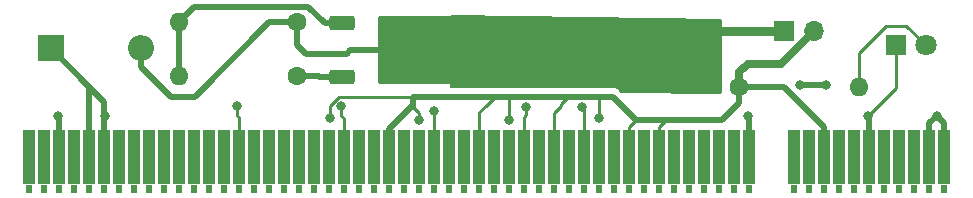
<source format=gbr>
%TF.GenerationSoftware,KiCad,Pcbnew,7.0.10*%
%TF.CreationDate,2024-01-09T10:53:44-06:00*%
%TF.ProjectId,PCI_Blaster,5043495f-426c-4617-9374-65722e6b6963,rev?*%
%TF.SameCoordinates,Original*%
%TF.FileFunction,Copper,L1,Top*%
%TF.FilePolarity,Positive*%
%FSLAX46Y46*%
G04 Gerber Fmt 4.6, Leading zero omitted, Abs format (unit mm)*
G04 Created by KiCad (PCBNEW 7.0.10) date 2024-01-09 10:53:44*
%MOMM*%
%LPD*%
G01*
G04 APERTURE LIST*
G04 Aperture macros list*
%AMRoundRect*
0 Rectangle with rounded corners*
0 $1 Rounding radius*
0 $2 $3 $4 $5 $6 $7 $8 $9 X,Y pos of 4 corners*
0 Add a 4 corners polygon primitive as box body*
4,1,4,$2,$3,$4,$5,$6,$7,$8,$9,$2,$3,0*
0 Add four circle primitives for the rounded corners*
1,1,$1+$1,$2,$3*
1,1,$1+$1,$4,$5*
1,1,$1+$1,$6,$7*
1,1,$1+$1,$8,$9*
0 Add four rect primitives between the rounded corners*
20,1,$1+$1,$2,$3,$4,$5,0*
20,1,$1+$1,$4,$5,$6,$7,0*
20,1,$1+$1,$6,$7,$8,$9,0*
20,1,$1+$1,$8,$9,$2,$3,0*%
G04 Aperture macros list end*
%TA.AperFunction,ConnectorPad*%
%ADD10R,1.020000X4.570000*%
%TD*%
%TA.AperFunction,ConnectorPad*%
%ADD11R,0.510000X0.760000*%
%TD*%
%TA.AperFunction,ComponentPad*%
%ADD12R,1.800000X1.800000*%
%TD*%
%TA.AperFunction,ComponentPad*%
%ADD13C,1.800000*%
%TD*%
%TA.AperFunction,ComponentPad*%
%ADD14C,1.600000*%
%TD*%
%TA.AperFunction,ComponentPad*%
%ADD15O,1.600000X1.600000*%
%TD*%
%TA.AperFunction,ComponentPad*%
%ADD16R,2.200000X2.200000*%
%TD*%
%TA.AperFunction,ComponentPad*%
%ADD17O,2.200000X2.200000*%
%TD*%
%TA.AperFunction,SMDPad,CuDef*%
%ADD18RoundRect,0.250000X-0.850000X-0.350000X0.850000X-0.350000X0.850000X0.350000X-0.850000X0.350000X0*%
%TD*%
%TA.AperFunction,SMDPad,CuDef*%
%ADD19RoundRect,0.250000X-1.275000X-1.125000X1.275000X-1.125000X1.275000X1.125000X-1.275000X1.125000X0*%
%TD*%
%TA.AperFunction,SMDPad,CuDef*%
%ADD20RoundRect,0.249997X-2.950003X-2.650003X2.950003X-2.650003X2.950003X2.650003X-2.950003X2.650003X0*%
%TD*%
%TA.AperFunction,ComponentPad*%
%ADD21R,1.700000X1.700000*%
%TD*%
%TA.AperFunction,ComponentPad*%
%ADD22O,1.700000X1.700000*%
%TD*%
%TA.AperFunction,ViaPad*%
%ADD23C,0.800000*%
%TD*%
%TA.AperFunction,Conductor*%
%ADD24C,0.250000*%
%TD*%
%TA.AperFunction,Conductor*%
%ADD25C,0.500000*%
%TD*%
%TA.AperFunction,Conductor*%
%ADD26C,0.650000*%
%TD*%
%TA.AperFunction,Conductor*%
%ADD27C,0.750000*%
%TD*%
G04 APERTURE END LIST*
D10*
%TO.P,J1,B1,-12V*%
%TO.N,unconnected-(J1--12V-PadB1)*%
X115365000Y-108730000D03*
D11*
X115365000Y-111390000D03*
D10*
%TO.P,J1,B2,TCK*%
%TO.N,unconnected-(J1-TCK-PadB2)*%
X116635000Y-108730000D03*
D11*
X116635000Y-111390000D03*
D10*
%TO.P,J1,B3,GND*%
%TO.N,GND*%
X117895000Y-108730000D03*
D11*
X117895000Y-111390000D03*
D10*
%TO.P,J1,B4,TDO*%
%TO.N,unconnected-(J1-TDO-PadB4)*%
X119175000Y-108730000D03*
D11*
X119175000Y-111390000D03*
D10*
%TO.P,J1,B5,+5V*%
%TO.N,+5V*%
X120445000Y-108730000D03*
D11*
X120445000Y-111390000D03*
D10*
%TO.P,J1,B6,+5V*%
X121715000Y-108730000D03*
D11*
X121715000Y-111390000D03*
D10*
%TO.P,J1,B7,INTB#*%
%TO.N,unconnected-(J1-INTB#-PadB7)*%
X122985000Y-108730000D03*
D11*
X122985000Y-111390000D03*
D10*
%TO.P,J1,B8,INTD#*%
%TO.N,unconnected-(J1-INTD#-PadB8)*%
X124255000Y-108730000D03*
D11*
X124255000Y-111390000D03*
D10*
%TO.P,J1,B9,PRSNT1#*%
%TO.N,unconnected-(J1-PRSNT1#-PadB9)*%
X125525000Y-108730000D03*
D11*
X125525000Y-111390000D03*
D10*
%TO.P,J1,B10,RESERVED*%
%TO.N,unconnected-(J1-RESERVED-PadB10)*%
X126795000Y-108730000D03*
D11*
X126795000Y-111390000D03*
D10*
%TO.P,J1,B11,PRSNT2#*%
%TO.N,unconnected-(J1-PRSNT2#-PadB11)*%
X128065000Y-108730000D03*
D11*
X128065000Y-111390000D03*
D10*
%TO.P,J1,B12,GND*%
%TO.N,unconnected-(J1-GND-PadB12)*%
X129325000Y-108730000D03*
D11*
X129325000Y-111390000D03*
D10*
%TO.P,J1,B13,GND*%
%TO.N,unconnected-(J1-GND-PadB13)*%
X130605000Y-108730000D03*
D11*
X130605000Y-111390000D03*
D10*
%TO.P,J1,B14,RESERVED*%
%TO.N,unconnected-(J1-RESERVED-PadB14)*%
X131875000Y-108730000D03*
D11*
X131875000Y-111390000D03*
D10*
%TO.P,J1,B15,GND*%
%TO.N,GND*%
X133145000Y-108730000D03*
D11*
X133145000Y-111390000D03*
D10*
%TO.P,J1,B16,CLK*%
%TO.N,unconnected-(J1-CLK-PadB16)*%
X134415000Y-108730000D03*
D11*
X134415000Y-111390000D03*
D10*
%TO.P,J1,B17,GND*%
%TO.N,unconnected-(J1-GND-PadB17)*%
X135685000Y-108730000D03*
D11*
X135685000Y-111390000D03*
D10*
%TO.P,J1,B18,REQ#*%
%TO.N,unconnected-(J1-REQ#-PadB18)*%
X136955000Y-108730000D03*
D11*
X136955000Y-111390000D03*
D10*
%TO.P,J1,B19,+5V*%
%TO.N,unconnected-(J1-+5V-PadB19)*%
X138215000Y-108730000D03*
D11*
X138215000Y-111390000D03*
D10*
%TO.P,J1,B20,AD[31]*%
%TO.N,unconnected-(J1-AD[31]-PadB20)*%
X139495000Y-108730000D03*
D11*
X139495000Y-111390000D03*
D10*
%TO.P,J1,B21,AD[29]*%
%TO.N,unconnected-(J1-AD[29]-PadB21)*%
X140755000Y-108730000D03*
D11*
X140755000Y-111390000D03*
D10*
%TO.P,J1,B22,GND*%
%TO.N,GND*%
X142035000Y-108730000D03*
D11*
X142035000Y-111390000D03*
D10*
%TO.P,J1,B23,AD[27]*%
%TO.N,unconnected-(J1-AD[27]-PadB23)*%
X143305000Y-108730000D03*
D11*
X143305000Y-111390000D03*
D10*
%TO.P,J1,B24,AD[25]*%
%TO.N,unconnected-(J1-AD[25]-PadB24)*%
X144575000Y-108730000D03*
D11*
X144575000Y-111390000D03*
D10*
%TO.P,J1,B25,+3.3V*%
%TO.N,+3.3V*%
X145845000Y-108730000D03*
D11*
X145845000Y-111390000D03*
D10*
%TO.P,J1,B26,C/BE#[3]*%
%TO.N,unconnected-(J1-C{slash}BE#[3]-PadB26)*%
X147115000Y-108730000D03*
D11*
X147115000Y-111390000D03*
D10*
%TO.P,J1,B27,AD[23]*%
%TO.N,unconnected-(J1-AD[23]-PadB27)*%
X148385000Y-108730000D03*
D11*
X148385000Y-111390000D03*
D10*
%TO.P,J1,B28,GND*%
%TO.N,GND*%
X149655000Y-108730000D03*
D11*
X149655000Y-111390000D03*
D10*
%TO.P,J1,B29,AD[21]*%
%TO.N,unconnected-(J1-AD[21]-PadB29)*%
X150925000Y-108730000D03*
D11*
X150925000Y-111390000D03*
D10*
%TO.P,J1,B30,AD[19]*%
%TO.N,unconnected-(J1-AD[19]-PadB30)*%
X152195000Y-108730000D03*
D11*
X152195000Y-111390000D03*
D10*
%TO.P,J1,B31,+3.3V*%
%TO.N,+3.3V*%
X153465000Y-108730000D03*
D11*
X153465000Y-111390000D03*
D10*
%TO.P,J1,B32,AD[17]*%
%TO.N,unconnected-(J1-AD[17]-PadB32)*%
X154735000Y-108730000D03*
D11*
X154735000Y-111390000D03*
D10*
%TO.P,J1,B33,C/BE#[2]*%
%TO.N,unconnected-(J1-C{slash}BE#[2]-PadB33)*%
X156005000Y-108730000D03*
D11*
X156005000Y-111390000D03*
D10*
%TO.P,J1,B34,GND*%
%TO.N,GND*%
X157275000Y-108730000D03*
D11*
X157275000Y-111390000D03*
D10*
%TO.P,J1,B35,IRDY#*%
%TO.N,unconnected-(J1-IRDY#-PadB35)*%
X158545000Y-108730000D03*
D11*
X158545000Y-111390000D03*
D10*
%TO.P,J1,B36,+3.3V*%
%TO.N,+3.3V*%
X159815000Y-108730000D03*
D11*
X159815000Y-111390000D03*
D10*
%TO.P,J1,B37,DEVSEL#*%
%TO.N,unconnected-(J1-DEVSEL#-PadB37)*%
X161085000Y-108730000D03*
D11*
X161085000Y-111390000D03*
D10*
%TO.P,J1,B38,GND*%
%TO.N,GND*%
X162355000Y-108730000D03*
D11*
X162355000Y-111390000D03*
D10*
%TO.P,J1,B39,LOCK#*%
%TO.N,unconnected-(J1-LOCK#-PadB39)*%
X163625000Y-108730000D03*
D11*
X163625000Y-111390000D03*
D10*
%TO.P,J1,B40,PERR#*%
%TO.N,unconnected-(J1-PERR#-PadB40)*%
X164895000Y-108730000D03*
D11*
X164895000Y-111390000D03*
D10*
%TO.P,J1,B41,+3.3V*%
%TO.N,+3.3V*%
X166165000Y-108730000D03*
D11*
X166165000Y-111390000D03*
D10*
%TO.P,J1,B42,SERR#*%
%TO.N,unconnected-(J1-SERR#-PadB42)*%
X167435000Y-108730000D03*
D11*
X167435000Y-111390000D03*
D10*
%TO.P,J1,B43,+3.3V*%
%TO.N,+3.3V*%
X168705000Y-108730000D03*
D11*
X168705000Y-111390000D03*
D10*
%TO.P,J1,B44,C/BE#[1]*%
%TO.N,unconnected-(J1-C{slash}BE#[1]-PadB44)*%
X169975000Y-108730000D03*
D11*
X169975000Y-111390000D03*
D10*
%TO.P,J1,B45,AD[14]*%
%TO.N,unconnected-(J1-AD[14]-PadB45)*%
X171245000Y-108730000D03*
D11*
X171245000Y-111390000D03*
D10*
%TO.P,J1,B46,GND*%
%TO.N,unconnected-(J1-GND-PadB46)*%
X172515000Y-108730000D03*
D11*
X172515000Y-111390000D03*
D10*
%TO.P,J1,B47,AD[12]*%
%TO.N,unconnected-(J1-AD[12]-PadB47)*%
X173785000Y-108730000D03*
D11*
X173785000Y-111390000D03*
D10*
%TO.P,J1,B48,AD[10]*%
%TO.N,unconnected-(J1-AD[10]-PadB48)*%
X175055000Y-108730000D03*
D11*
X175055000Y-111390000D03*
D10*
%TO.P,J1,B49,GND*%
%TO.N,GND*%
X176325000Y-108730000D03*
D11*
X176325000Y-111390000D03*
D10*
%TO.P,J1,B52,AD[08]*%
%TO.N,unconnected-(J1-AD[08]-PadB52)*%
X180135000Y-108730000D03*
D11*
X180135000Y-111390000D03*
D10*
%TO.P,J1,B53,AD[07]*%
%TO.N,unconnected-(J1-AD[07]-PadB53)*%
X181405000Y-108730000D03*
D11*
X181405000Y-111390000D03*
D10*
%TO.P,J1,B54,+3.3V*%
%TO.N,+3.3V*%
X182675000Y-108730000D03*
D11*
X182675000Y-111390000D03*
D10*
%TO.P,J1,B55,AD[05]*%
%TO.N,unconnected-(J1-AD[05]-PadB55)*%
X183945000Y-108730000D03*
D11*
X183945000Y-111390000D03*
D10*
%TO.P,J1,B56,AD[03]*%
%TO.N,unconnected-(J1-AD[03]-PadB56)*%
X185215000Y-108730000D03*
D11*
X185215000Y-111390000D03*
D10*
%TO.P,J1,B57,GND*%
%TO.N,GND*%
X186485000Y-108730000D03*
D11*
X186485000Y-111390000D03*
D10*
%TO.P,J1,B58,AD[01]*%
%TO.N,unconnected-(J1-AD[01]-PadB58)*%
X187755000Y-108730000D03*
D11*
X187755000Y-111390000D03*
D10*
%TO.P,J1,B59,+5V*%
%TO.N,unconnected-(J1-+5V-PadB59)*%
X189025000Y-108730000D03*
D11*
X189025000Y-111390000D03*
D10*
%TO.P,J1,B60,ACK64#*%
%TO.N,unconnected-(J1-ACK64#-PadB60)*%
X190295000Y-108730000D03*
D11*
X190295000Y-111390000D03*
D10*
%TO.P,J1,B61,+5V*%
%TO.N,+5V*%
X191565000Y-108730000D03*
D11*
X191565000Y-111390000D03*
D10*
%TO.P,J1,B62,+5V*%
X192825000Y-108730000D03*
D11*
X192825000Y-111390000D03*
%TD*%
D12*
%TO.P,LED1,1,K*%
%TO.N,GND*%
X188725000Y-99250000D03*
D13*
%TO.P,LED1,2,A*%
%TO.N,Net-(LED1-A)*%
X191265000Y-99250000D03*
%TD*%
D14*
%TO.P,R1,1*%
%TO.N,+3.3V*%
X175500000Y-102750000D03*
D15*
%TO.P,R1,2*%
%TO.N,Net-(LED1-A)*%
X185660000Y-102750000D03*
%TD*%
D14*
%TO.P,C1,1*%
%TO.N,+5V*%
X138050000Y-101800000D03*
D15*
%TO.P,C1,2*%
%TO.N,GND*%
X128050000Y-101800000D03*
%TD*%
D16*
%TO.P,D1,1,K*%
%TO.N,+5V*%
X117190000Y-99500000D03*
D17*
%TO.P,D1,2,A*%
%TO.N,/V_OUT*%
X124810000Y-99500000D03*
%TD*%
D14*
%TO.P,C2,1*%
%TO.N,/V_OUT*%
X138050000Y-97300000D03*
D15*
%TO.P,C2,2*%
%TO.N,GND*%
X128050000Y-97300000D03*
%TD*%
D18*
%TO.P,U1,1,GND*%
%TO.N,GND*%
X141825000Y-97395000D03*
D19*
%TO.P,U1,2,VO*%
%TO.N,/V_OUT*%
X146450000Y-98150000D03*
X146450000Y-101200000D03*
D20*
X148125000Y-99675000D03*
D19*
X149800000Y-98150000D03*
X149800000Y-101200000D03*
D18*
%TO.P,U1,3,VI*%
%TO.N,+5V*%
X141825000Y-101955000D03*
%TD*%
D21*
%TO.P,JP1,1,A*%
%TO.N,/V_OUT*%
X179250000Y-98000000D03*
D22*
%TO.P,JP1,2,B*%
%TO.N,+3.3V*%
X181790000Y-98000000D03*
%TD*%
D23*
%TO.N,+5V*%
X121800000Y-105200000D03*
X192200000Y-105200000D03*
%TO.N,GND*%
X149655000Y-104800000D03*
X180600000Y-102600000D03*
X176200000Y-105200000D03*
X186400000Y-105200000D03*
X133000000Y-104400000D03*
X157400000Y-104450000D03*
X141800000Y-104400000D03*
X117800000Y-105200000D03*
X182800000Y-102600000D03*
X162200000Y-104450000D03*
%TO.N,+3.3V*%
X140800000Y-105400000D03*
X148400000Y-105600000D03*
X163600000Y-105400000D03*
X156000000Y-105600000D03*
%TO.N,/V_OUT*%
X152400000Y-99800000D03*
X153000000Y-97750000D03*
X170083332Y-98534666D03*
X160170000Y-97770000D03*
X153035000Y-101981000D03*
X162560000Y-97760000D03*
X155390000Y-97790000D03*
X157780000Y-97780000D03*
X167916666Y-98551999D03*
X165750000Y-98517333D03*
X172250000Y-98500000D03*
%TD*%
D24*
%TO.N,GND*%
X149655000Y-104800000D02*
X149655000Y-108730000D01*
D25*
%TO.N,+5V*%
X139955000Y-101955000D02*
X139800000Y-101800000D01*
X191565000Y-105835000D02*
X192200000Y-105200000D01*
X121715000Y-105115000D02*
X121800000Y-105200000D01*
X120445000Y-108730000D02*
X120445000Y-102955000D01*
X120545000Y-102855000D02*
X121715000Y-104025000D01*
X120445000Y-102955000D02*
X120545000Y-102855000D01*
X117190000Y-99500000D02*
X120545000Y-102855000D01*
X121715000Y-104025000D02*
X121715000Y-105115000D01*
X121715000Y-105285000D02*
X121715000Y-108730000D01*
X191565000Y-108730000D02*
X191565000Y-105835000D01*
X192825000Y-105825000D02*
X192200000Y-105200000D01*
X121800000Y-105200000D02*
X121715000Y-105285000D01*
X192825000Y-108730000D02*
X192825000Y-105825000D01*
X139800000Y-101800000D02*
X138050000Y-101800000D01*
X139955000Y-101955000D02*
X141825000Y-101955000D01*
%TO.N,GND*%
X182800000Y-102600000D02*
X180600000Y-102600000D01*
X129350000Y-96000000D02*
X139000000Y-96000000D01*
D24*
X157400000Y-104450000D02*
X157400000Y-105150000D01*
X176200000Y-105200000D02*
X176325000Y-105325000D01*
D25*
X139000000Y-96000000D02*
X140395000Y-97395000D01*
X186485000Y-105285000D02*
X186485000Y-108730000D01*
D24*
X162355000Y-104605000D02*
X162200000Y-104450000D01*
D25*
X176325000Y-105325000D02*
X176325000Y-108730000D01*
D24*
X188725000Y-99250000D02*
X188725000Y-102875000D01*
X141800000Y-105200000D02*
X141800000Y-104400000D01*
X141800000Y-105200000D02*
X142035000Y-105435000D01*
X186400000Y-105200000D02*
X186485000Y-105285000D01*
X162355000Y-108730000D02*
X162355000Y-104605000D01*
X142035000Y-105435000D02*
X142035000Y-108730000D01*
D25*
X128050000Y-101460000D02*
X128050000Y-97300000D01*
D24*
X133000000Y-105200000D02*
X133145000Y-105345000D01*
D25*
X117895000Y-105295000D02*
X117895000Y-108730000D01*
D24*
X157275000Y-105275000D02*
X157275000Y-108730000D01*
X117800000Y-105200000D02*
X117895000Y-105295000D01*
D25*
X128050000Y-97300000D02*
X129350000Y-96000000D01*
D24*
X157400000Y-105150000D02*
X157275000Y-105275000D01*
X188725000Y-102875000D02*
X186400000Y-105200000D01*
X133000000Y-105200000D02*
X133000000Y-104400000D01*
X133145000Y-105345000D02*
X133145000Y-108730000D01*
D25*
X140395000Y-97395000D02*
X141825000Y-97395000D01*
%TO.N,+3.3V*%
X145845000Y-108730000D02*
X145845000Y-106355000D01*
D26*
X181790000Y-98000000D02*
X178990000Y-100800000D01*
D25*
X147850000Y-103800000D02*
X147850000Y-103600000D01*
X160400000Y-103600000D02*
X156000000Y-103600000D01*
D24*
X169300000Y-105600000D02*
X168705000Y-106195000D01*
D25*
X182675000Y-106195000D02*
X182675000Y-108730000D01*
D24*
X159815000Y-104935000D02*
X160400000Y-104350000D01*
X166165000Y-108730000D02*
X166165000Y-106195000D01*
X160400000Y-104200000D02*
X161000000Y-103600000D01*
D26*
X176200000Y-100800000D02*
X175500000Y-101500000D01*
D24*
X160400000Y-104350000D02*
X160400000Y-104200000D01*
X163600000Y-105400000D02*
X163600000Y-103600000D01*
X148400000Y-105600000D02*
X148400000Y-105000000D01*
D25*
X164760000Y-103600000D02*
X166760000Y-105600000D01*
D24*
X154000000Y-104350000D02*
X154050000Y-104350000D01*
D25*
X179230000Y-102750000D02*
X182675000Y-106195000D01*
D24*
X159815000Y-108730000D02*
X159815000Y-104935000D01*
X153465000Y-108730000D02*
X153465000Y-104885000D01*
D25*
X147850000Y-103600000D02*
X154800000Y-103600000D01*
X175500000Y-102750000D02*
X179230000Y-102750000D01*
X145845000Y-106355000D02*
X147800000Y-104400000D01*
D24*
X168705000Y-106195000D02*
X168705000Y-108730000D01*
D25*
X175500000Y-102750000D02*
X175500000Y-104100000D01*
X147800000Y-104400000D02*
X147850000Y-104350000D01*
X161000000Y-103600000D02*
X160400000Y-103600000D01*
D24*
X154050000Y-104350000D02*
X154800000Y-103600000D01*
X156000000Y-105600000D02*
X156000000Y-103600000D01*
D25*
X163600000Y-103600000D02*
X164760000Y-103600000D01*
D24*
X140800000Y-105400000D02*
X140800000Y-104374695D01*
D25*
X174000000Y-105600000D02*
X169300000Y-105600000D01*
D24*
X141574695Y-103600000D02*
X147650000Y-103600000D01*
D26*
X178990000Y-100800000D02*
X176200000Y-100800000D01*
D24*
X175500000Y-102750000D02*
X177040000Y-102750000D01*
X148400000Y-105000000D02*
X147800000Y-104400000D01*
D25*
X166760000Y-105600000D02*
X169300000Y-105600000D01*
X161000000Y-103600000D02*
X163600000Y-103600000D01*
D24*
X153465000Y-104885000D02*
X154000000Y-104350000D01*
X166165000Y-106195000D02*
X166760000Y-105600000D01*
D25*
X156000000Y-103600000D02*
X154800000Y-103600000D01*
X147850000Y-104350000D02*
X147850000Y-103800000D01*
D26*
X175500000Y-101500000D02*
X175500000Y-102750000D01*
D24*
X140800000Y-104374695D02*
X141574695Y-103600000D01*
X147650000Y-103600000D02*
X147850000Y-103800000D01*
D25*
X175500000Y-104100000D02*
X174000000Y-105600000D01*
%TO.N,/V_OUT*%
X135700000Y-97300000D02*
X138050000Y-97300000D01*
X127354366Y-103600000D02*
X129400000Y-103600000D01*
D24*
X138800000Y-100000000D02*
X138845000Y-99955000D01*
D25*
X129400000Y-103600000D02*
X135700000Y-97300000D01*
X138050000Y-97300000D02*
X138050000Y-99250000D01*
X138845000Y-99955000D02*
X142250000Y-99955000D01*
X142530000Y-99675000D02*
X148125000Y-99675000D01*
X138050000Y-99250000D02*
X138800000Y-100000000D01*
D27*
X179250000Y-98000000D02*
X173600000Y-98000000D01*
D25*
X124810000Y-99500000D02*
X124810000Y-101055634D01*
X142250000Y-99955000D02*
X142530000Y-99675000D01*
X124810000Y-101055634D02*
X127354366Y-103600000D01*
D24*
%TO.N,Net-(LED1-A)*%
X185660000Y-99865000D02*
X187925000Y-97600000D01*
X185660000Y-102750000D02*
X185660000Y-99865000D01*
X189615000Y-97600000D02*
X191265000Y-99250000D01*
X187925000Y-97600000D02*
X189615000Y-97600000D01*
%TD*%
%TA.AperFunction,Conductor*%
%TO.N,/V_OUT*%
G36*
X173877287Y-96988345D02*
G01*
X173944054Y-97008932D01*
X173989093Y-97062348D01*
X173999613Y-97112725D01*
X173980392Y-103215472D01*
X173960497Y-103282449D01*
X173907549Y-103328037D01*
X173855475Y-103339078D01*
X165549420Y-103277605D01*
X165482528Y-103257424D01*
X165462657Y-103241289D01*
X165335729Y-103114361D01*
X165323949Y-103100730D01*
X165309610Y-103081470D01*
X165271651Y-103049619D01*
X165263686Y-103042318D01*
X165259780Y-103038411D01*
X165235443Y-103019168D01*
X165232647Y-103016890D01*
X165175214Y-102968698D01*
X165169180Y-102964729D01*
X165169212Y-102964680D01*
X165162853Y-102960628D01*
X165162822Y-102960679D01*
X165156680Y-102956891D01*
X165156678Y-102956890D01*
X165156677Y-102956889D01*
X165088688Y-102925184D01*
X165085447Y-102923615D01*
X165054530Y-102908088D01*
X165018433Y-102889960D01*
X165018431Y-102889959D01*
X165018430Y-102889959D01*
X165011645Y-102887489D01*
X165011665Y-102887433D01*
X165004549Y-102884959D01*
X165004531Y-102885015D01*
X164997674Y-102882743D01*
X164924210Y-102867573D01*
X164920693Y-102866793D01*
X164847718Y-102849499D01*
X164840547Y-102848661D01*
X164840553Y-102848601D01*
X164833055Y-102847835D01*
X164833050Y-102847895D01*
X164825860Y-102847265D01*
X164750870Y-102849448D01*
X164747263Y-102849500D01*
X151134000Y-102849500D01*
X151066961Y-102829815D01*
X151021206Y-102777011D01*
X151010000Y-102725500D01*
X151010000Y-96805683D01*
X151029685Y-96738644D01*
X151082489Y-96692889D01*
X151135669Y-96681694D01*
X173877287Y-96988345D01*
G37*
%TD.AperFunction*%
%TD*%
M02*

</source>
